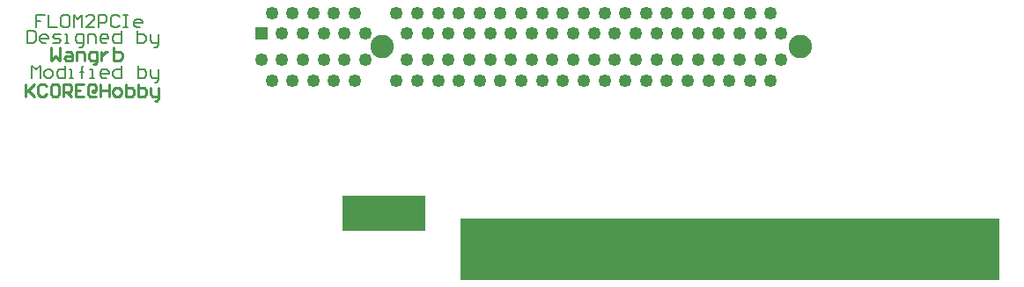
<source format=gts>
G04*
G04 #@! TF.GenerationSoftware,Altium Limited,Altium Designer,19.0.4 (130)*
G04*
G04 Layer_Color=8388736*
%FSLAX25Y25*%
%MOIN*%
G70*
G01*
G75*
%ADD14C,0.01000*%
%ADD15C,0.00800*%
%ADD16R,0.31496X0.13583*%
%ADD17R,2.03937X0.23524*%
%ADD18R,0.03556X0.17335*%
%ADD19R,0.03556X0.13398*%
%ADD20C,0.04934*%
%ADD21R,0.04934X0.04934*%
%ADD22C,0.08871*%
D14*
X11407Y73534D02*
Y68811D01*
Y70385D01*
X14555Y73534D01*
X12194Y71172D01*
X14555Y68811D01*
X19278Y72747D02*
X18491Y73534D01*
X16917D01*
X16129Y72747D01*
Y69598D01*
X16917Y68811D01*
X18491D01*
X19278Y69598D01*
X23214Y73534D02*
X21639D01*
X20852Y72747D01*
Y69598D01*
X21639Y68811D01*
X23214D01*
X24001Y69598D01*
Y72747D01*
X23214Y73534D01*
X25575Y68811D02*
Y73534D01*
X27937D01*
X28724Y72747D01*
Y71172D01*
X27937Y70385D01*
X25575D01*
X27150D02*
X28724Y68811D01*
X33447Y73534D02*
X30298D01*
Y68811D01*
X33447D01*
X30298Y71172D02*
X31872D01*
X37382Y70385D02*
Y71172D01*
X36595D01*
Y70385D01*
X37382D01*
X38170Y71172D01*
Y72747D01*
X37382Y73534D01*
X35808D01*
X35021Y72747D01*
Y69598D01*
X35808Y68811D01*
X38170D01*
X39744Y73534D02*
Y68811D01*
Y71172D01*
X42892D01*
Y73534D01*
Y68811D01*
X45254D02*
X46828D01*
X47615Y69598D01*
Y71172D01*
X46828Y71960D01*
X45254D01*
X44467Y71172D01*
Y69598D01*
X45254Y68811D01*
X49189Y73534D02*
Y68811D01*
X51551D01*
X52338Y69598D01*
Y70385D01*
Y71172D01*
X51551Y71960D01*
X49189D01*
X53912Y73534D02*
Y68811D01*
X56274D01*
X57061Y69598D01*
Y70385D01*
Y71172D01*
X56274Y71960D01*
X53912D01*
X58635D02*
Y69598D01*
X59422Y68811D01*
X61784D01*
Y68024D01*
X60997Y67237D01*
X60210D01*
X61784Y68811D02*
Y71960D01*
X21165Y87278D02*
Y82555D01*
X22739Y84129D01*
X24313Y82555D01*
Y87278D01*
X26675Y85703D02*
X28249D01*
X29036Y84916D01*
Y82555D01*
X26675D01*
X25888Y83342D01*
X26675Y84129D01*
X29036D01*
X30610Y82555D02*
Y85703D01*
X32972D01*
X33759Y84916D01*
Y82555D01*
X36908Y80981D02*
X37695D01*
X38482Y81768D01*
Y85703D01*
X36121D01*
X35333Y84916D01*
Y83342D01*
X36121Y82555D01*
X38482D01*
X40056Y85703D02*
Y82555D01*
Y84129D01*
X40843Y84916D01*
X41631Y85703D01*
X42418D01*
X44779Y87278D02*
Y82555D01*
X47141D01*
X47928Y83342D01*
Y84129D01*
Y84916D01*
X47141Y85703D01*
X44779D01*
D15*
X13743Y75820D02*
Y80543D01*
X15317Y78969D01*
X16892Y80543D01*
Y75820D01*
X19253D02*
X20827D01*
X21614Y76608D01*
Y78182D01*
X20827Y78969D01*
X19253D01*
X18466Y78182D01*
Y76608D01*
X19253Y75820D01*
X26337Y80543D02*
Y75820D01*
X23976D01*
X23189Y76608D01*
Y78182D01*
X23976Y78969D01*
X26337D01*
X27912Y75820D02*
X29486D01*
X28699D01*
Y78969D01*
X27912D01*
X32635Y75820D02*
Y79756D01*
Y78182D01*
X31847D01*
X33422D01*
X32635D01*
Y79756D01*
X33422Y80543D01*
X35783Y75820D02*
X37357D01*
X36570D01*
Y78969D01*
X35783D01*
X42080Y75820D02*
X40506D01*
X39719Y76608D01*
Y78182D01*
X40506Y78969D01*
X42080D01*
X42867Y78182D01*
Y77395D01*
X39719D01*
X47590Y80543D02*
Y75820D01*
X45229D01*
X44442Y76608D01*
Y78182D01*
X45229Y78969D01*
X47590D01*
X53887Y80543D02*
Y75820D01*
X56249D01*
X57036Y76608D01*
Y77395D01*
Y78182D01*
X56249Y78969D01*
X53887D01*
X58610D02*
Y76608D01*
X59398Y75820D01*
X61759D01*
Y75033D01*
X60972Y74246D01*
X60185D01*
X61759Y75820D02*
Y78969D01*
X12088Y93858D02*
Y89135D01*
X14449D01*
X15236Y89922D01*
Y93071D01*
X14449Y93858D01*
X12088D01*
X19172Y89135D02*
X17598D01*
X16811Y89922D01*
Y91496D01*
X17598Y92284D01*
X19172D01*
X19959Y91496D01*
Y90709D01*
X16811D01*
X21534Y89135D02*
X23895D01*
X24682Y89922D01*
X23895Y90709D01*
X22321D01*
X21534Y91496D01*
X22321Y92284D01*
X24682D01*
X26256Y89135D02*
X27831D01*
X27044D01*
Y92284D01*
X26256D01*
X31767Y87561D02*
X32554D01*
X33341Y88348D01*
Y92284D01*
X30979D01*
X30192Y91496D01*
Y89922D01*
X30979Y89135D01*
X33341D01*
X34915D02*
Y92284D01*
X37277D01*
X38064Y91496D01*
Y89135D01*
X41999D02*
X40425D01*
X39638Y89922D01*
Y91496D01*
X40425Y92284D01*
X41999D01*
X42787Y91496D01*
Y90709D01*
X39638D01*
X47510Y93858D02*
Y89135D01*
X45148D01*
X44361Y89922D01*
Y91496D01*
X45148Y92284D01*
X47510D01*
X53807Y93858D02*
Y89135D01*
X56168D01*
X56955Y89922D01*
Y90709D01*
Y91496D01*
X56168Y92284D01*
X53807D01*
X58530D02*
Y89922D01*
X59317Y89135D01*
X61678D01*
Y88348D01*
X60891Y87561D01*
X60104D01*
X61678Y89135D02*
Y92284D01*
X18541Y99785D02*
X15392D01*
Y97423D01*
X16967D01*
X15392D01*
Y95062D01*
X20115Y99785D02*
Y95062D01*
X23264D01*
X27200Y99785D02*
X25625D01*
X24838Y98998D01*
Y95849D01*
X25625Y95062D01*
X27200D01*
X27987Y95849D01*
Y98998D01*
X27200Y99785D01*
X29561Y95062D02*
Y99785D01*
X31135Y98211D01*
X32710Y99785D01*
Y95062D01*
X37432D02*
X34284D01*
X37432Y98211D01*
Y98998D01*
X36645Y99785D01*
X35071D01*
X34284Y98998D01*
X39007Y95062D02*
Y99785D01*
X41368D01*
X42155Y98998D01*
Y97423D01*
X41368Y96636D01*
X39007D01*
X46878Y98998D02*
X46091Y99785D01*
X44517D01*
X43730Y98998D01*
Y95849D01*
X44517Y95062D01*
X46091D01*
X46878Y95849D01*
X48452Y99785D02*
X50027D01*
X49240D01*
Y95062D01*
X48452D01*
X50027D01*
X54750D02*
X53175D01*
X52388Y95849D01*
Y97423D01*
X53175Y98211D01*
X54750D01*
X55537Y97423D01*
Y96636D01*
X52388D01*
D16*
X147047Y24508D02*
D03*
D17*
X278150Y10778D02*
D03*
D18*
X289961Y13780D02*
D03*
X282086D02*
D03*
X270276D02*
D03*
X297835D02*
D03*
X278150D02*
D03*
X286023D02*
D03*
X293898D02*
D03*
X301772D02*
D03*
X274213D02*
D03*
X258465D02*
D03*
X262402D02*
D03*
X266338D02*
D03*
X309646D02*
D03*
X179724D02*
D03*
X183661D02*
D03*
X211221D02*
D03*
X199409D02*
D03*
X187598D02*
D03*
X207284D02*
D03*
X191535D02*
D03*
X195472D02*
D03*
X203347D02*
D03*
X215158D02*
D03*
X219094D02*
D03*
X234842D02*
D03*
X254528D02*
D03*
X238780D02*
D03*
X246654D02*
D03*
X242717D02*
D03*
X230906D02*
D03*
X325394D02*
D03*
X352953D02*
D03*
X360827D02*
D03*
X329331D02*
D03*
X321457D02*
D03*
X313583D02*
D03*
X341142D02*
D03*
X317520D02*
D03*
X345079D02*
D03*
X349016D02*
D03*
X364764D02*
D03*
X376575D02*
D03*
X368701D02*
D03*
X356890D02*
D03*
X333268D02*
D03*
X337205D02*
D03*
D19*
X305709Y15748D02*
D03*
X250590D02*
D03*
X372638D02*
D03*
D20*
X297441Y92586D02*
D03*
Y82744D02*
D03*
X293504Y100460D02*
D03*
Y74869D02*
D03*
X285630D02*
D03*
X277756D02*
D03*
X269882D02*
D03*
X262008D02*
D03*
X254134D02*
D03*
X246260D02*
D03*
X238386D02*
D03*
X230512D02*
D03*
X289567Y82744D02*
D03*
X281693D02*
D03*
X273819D02*
D03*
X265945D02*
D03*
X258071D02*
D03*
X250197D02*
D03*
X242323D02*
D03*
X234449D02*
D03*
X289567Y92586D02*
D03*
X281693D02*
D03*
X273819D02*
D03*
X265945D02*
D03*
X258071D02*
D03*
X250197D02*
D03*
X242323D02*
D03*
X234449D02*
D03*
X285630Y100460D02*
D03*
X277756D02*
D03*
X269882D02*
D03*
X262008D02*
D03*
X254134D02*
D03*
X246260D02*
D03*
X238386D02*
D03*
X108465Y92586D02*
D03*
X116339D02*
D03*
X124213D02*
D03*
X132087D02*
D03*
X139961D02*
D03*
X104528Y100460D02*
D03*
X112402D02*
D03*
X120276D02*
D03*
X128150D02*
D03*
X136024D02*
D03*
X100591Y82744D02*
D03*
X108465D02*
D03*
X116339D02*
D03*
X124213D02*
D03*
X132087D02*
D03*
X139961D02*
D03*
X104528Y74869D02*
D03*
X112402D02*
D03*
X120276D02*
D03*
X128150D02*
D03*
X136024D02*
D03*
X151772Y100460D02*
D03*
X159646D02*
D03*
X167520D02*
D03*
X175394D02*
D03*
X183268D02*
D03*
X191142D02*
D03*
X199016D02*
D03*
X206890D02*
D03*
X214764D02*
D03*
X222638D02*
D03*
X155709Y92586D02*
D03*
X163583D02*
D03*
X171457D02*
D03*
X179331D02*
D03*
X187205D02*
D03*
X195079D02*
D03*
X202953D02*
D03*
X210827D02*
D03*
X218701D02*
D03*
X155709Y82744D02*
D03*
X163583D02*
D03*
X171457D02*
D03*
X179331D02*
D03*
X187205D02*
D03*
X195079D02*
D03*
X202953D02*
D03*
X210827D02*
D03*
X218701D02*
D03*
X151772Y74869D02*
D03*
X159646D02*
D03*
X167520D02*
D03*
X175394D02*
D03*
X183268D02*
D03*
X191142D02*
D03*
X199016D02*
D03*
X206890D02*
D03*
X214764D02*
D03*
X222638D02*
D03*
X226575Y82744D02*
D03*
Y92586D02*
D03*
X230512Y100460D02*
D03*
D21*
X100591Y92586D02*
D03*
D22*
X146457Y87665D02*
D03*
X304528D02*
D03*
M02*

</source>
